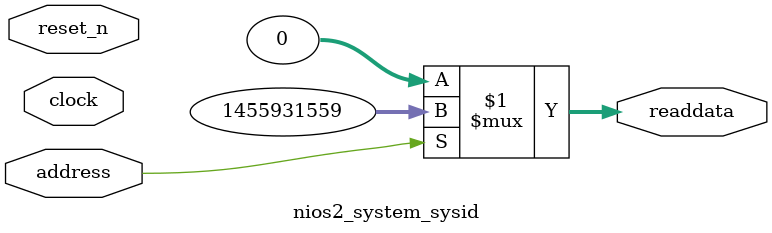
<source format=v>



// synthesis translate_off
`timescale 1ns / 1ps
// synthesis translate_on

// turn off superfluous verilog processor warnings 
// altera message_level Level1 
// altera message_off 10034 10035 10036 10037 10230 10240 10030 

module nios2_system_sysid (
               // inputs:
                address,
                clock,
                reset_n,

               // outputs:
                readdata
             )
;

  output  [ 31: 0] readdata;
  input            address;
  input            clock;
  input            reset_n;

  wire    [ 31: 0] readdata;
  //control_slave, which is an e_avalon_slave
  assign readdata = address ? 1455931559 : 0;

endmodule




</source>
